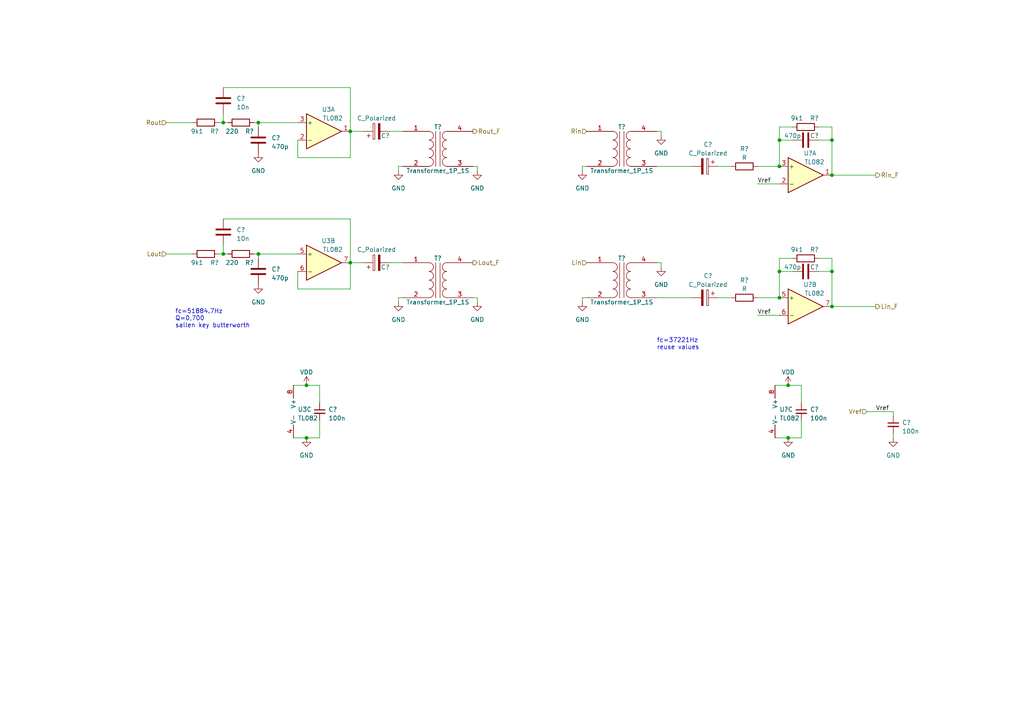
<source format=kicad_sch>
(kicad_sch (version 20230121) (generator eeschema)
  (paper "A4")
  (title_block (title "CAT_Interface") (date "2023-05-28") (rev "00") (company "ZX_Group") (comment 1 "made with <3 and KiCAD"))
  (lib_symbols
    (symbol "Amplifier_Operational:TL082" (pin_names (offset 0.127))
      (property "Reference" "U" (at 0 5.08 0))
      (property "Value" "TL082" (at 0 -5.08 0))
      (symbol "TL082_1_1"
        (polyline (pts (xy -5.08 5.08) (xy 5.08 0) (xy -5.08 -5.08) (xy -5.08 5.08)) (stroke (width 0.254)) (fill (type background)))
        (pin output line (at 7.62 0 180) (length 2.54) (name "~") (number "1"))
        (pin input line (at -7.62 -2.54 0) (length 2.54) (name "-") (number "2"))
        (pin input line (at -7.62 2.54 0) (length 2.54) (name "+") (number "3"))
      )
      (symbol "TL082_2_1"
        (polyline (pts (xy -5.08 5.08) (xy 5.08 0) (xy -5.08 -5.08) (xy -5.08 5.08)) (stroke (width 0.254)) (fill (type background)))
        (pin input line (at -7.62 2.54 0) (length 2.54) (name "+") (number "5"))
        (pin input line (at -7.62 -2.54 0) (length 2.54) (name "-") (number "6"))
        (pin output line (at 7.62 0 180) (length 2.54) (name "~") (number "7"))
      )
      (symbol "TL082_3_1"
        (pin power_in line (at -2.54 -7.62 90) (length 3.81) (name "V-") (number "4"))
        (pin power_in line (at -2.54 7.62 270) (length 3.81) (name "V+") (number "8"))
      )
    )
    (symbol "Device:C" (pin_numbers hide) (pin_names (offset 0.254))
      (property "Reference" "C" (at 0.635 2.54 0))
      (property "Value" "C" (at 0.635 -2.54 0))
      (symbol "C_0_1"
        (polyline (pts (xy -2.032 -0.762) (xy 2.032 -0.762)) (stroke (width 0.508)))
        (polyline (pts (xy -2.032 0.762) (xy 2.032 0.762)) (stroke (width 0.508)))
      )
      (symbol "C_1_1"
        (pin passive line (at 0 3.81 270) (length 2.794) (name "~") (number "1"))
        (pin passive line (at 0 -3.81 90) (length 2.794) (name "~") (number "2"))
      )
    )
    (symbol "Device:C_Polarized" (pin_numbers hide) (pin_names (offset 0.254))
      (property "Reference" "C" (at 0.635 2.54 0))
      (property "Value" "C_Polarized" (at 0.635 -2.54 0))
      (symbol "C_Polarized_0_1"
        (rectangle (start -2.286 0.508) (end 2.286 1.016))
        (polyline (pts (xy -1.778 2.286) (xy -0.762 2.286)))
        (polyline (pts (xy -1.27 2.794) (xy -1.27 1.778)))
        (rectangle (start 2.286 -0.508) (end -2.286 -1.016) (fill (type outline)))
      )
      (symbol "C_Polarized_1_1"
        (pin passive line (at 0 3.81 270) (length 2.794) (name "~") (number "1"))
        (pin passive line (at 0 -3.81 90) (length 2.794) (name "~") (number "2"))
      )
    )
    (symbol "Device:C_Small" (pin_numbers hide) (pin_names (offset 0.254) hide)
      (property "Reference" "C" (at 0.254 1.778 0))
      (property "Value" "C_Small" (at 0.254 -2.032 0))
      (symbol "C_Small_0_1"
        (polyline (pts (xy -1.524 -0.508) (xy 1.524 -0.508)) (stroke (width 0.3302)))
        (polyline (pts (xy -1.524 0.508) (xy 1.524 0.508)) (stroke (width 0.3048)))
      )
      (symbol "C_Small_1_1"
        (pin passive line (at 0 2.54 270) (length 2.032) (name "~") (number "1"))
        (pin passive line (at 0 -2.54 90) (length 2.032) (name "~") (number "2"))
      )
    )
    (symbol "Device:R" (pin_numbers hide) (pin_names (offset 0))
      (property "Reference" "R" (at 2.032 0 90))
      (property "Value" "R" (at 0 0 90))
      (symbol "R_0_1"
        (rectangle (start -1.016 -2.54) (end 1.016 2.54) (stroke (width 0.254)))
      )
      (symbol "R_1_1"
        (pin passive line (at 0 3.81 270) (length 1.27) (name "~") (number "1"))
        (pin passive line (at 0 -3.81 90) (length 1.27) (name "~") (number "2"))
      )
    )
    (symbol "Device:Transformer_1P_1S" (pin_names (offset 1.016) hide)
      (property "Reference" "T" (at 0 6.35 0))
      (property "Value" "Transformer_1P_1S" (at 0 -7.62 0))
      (symbol "Transformer_1P_1S_0_1"
        (arc (start -2.54 -5.0546) (mid -1.6599 -4.6901) (end -1.27 -3.81))
        (arc (start -2.54 -2.5146) (mid -1.6599 -2.1501) (end -1.27 -1.27))
        (arc (start -2.54 0.0254) (mid -1.6599 0.3899) (end -1.27 1.27))
        (arc (start -2.54 2.5654) (mid -1.6599 2.9299) (end -1.27 3.81))
        (arc (start -1.27 -3.81) (mid -1.642 -2.912) (end -2.54 -2.54))
        (arc (start -1.27 -1.27) (mid -1.642 -0.372) (end -2.54 0))
        (arc (start -1.27 1.27) (mid -1.642 2.168) (end -2.54 2.54))
        (arc (start -1.27 3.81) (mid -1.642 4.708) (end -2.54 5.08))
        (polyline (pts (xy -0.635 5.08) (xy -0.635 -5.08)))
        (polyline (pts (xy 0.635 -5.08) (xy 0.635 5.08)))
        (arc (start 1.2954 -1.27) (mid 1.6599 -2.1501) (end 2.54 -2.5146))
        (arc (start 1.2954 1.27) (mid 1.6599 0.3899) (end 2.54 0.0254))
        (arc (start 1.2954 3.81) (mid 1.6599 2.9299) (end 2.54 2.5654))
        (arc (start 1.3208 -3.81) (mid 1.6853 -4.6901) (end 2.5654 -5.0546))
        (arc (start 2.54 0) (mid 1.642 -0.372) (end 1.2954 -1.27))
        (arc (start 2.54 2.54) (mid 1.642 2.168) (end 1.2954 1.27))
        (arc (start 2.54 5.08) (mid 1.642 4.708) (end 1.2954 3.81))
        (arc (start 2.5654 -2.54) (mid 1.6674 -2.912) (end 1.3208 -3.81))
      )
      (symbol "Transformer_1P_1S_1_1"
        (pin passive line (at -10.16 5.08 0) (length 7.62) (name "AA") (number "1"))
        (pin passive line (at -10.16 -5.08 0) (length 7.62) (name "AB") (number "2"))
        (pin passive line (at 10.16 -5.08 180) (length 7.62) (name "SA") (number "3"))
        (pin passive line (at 10.16 5.08 180) (length 7.62) (name "SB") (number "4"))
      )
    )
    (symbol "power:GND" (power) (pin_names (offset 0))
      (property "Value" "GND" (at 0 -3.81 0))
      (symbol "GND_0_1"
        (polyline (pts (xy 0 0) (xy 0 -1.27) (xy 1.27 -1.27) (xy 0 -2.54) (xy -1.27 -1.27) (xy 0 -1.27)))
      )
      (symbol "GND_1_1"
        (pin power_in line (at 0 0 270) (length 0) hide (name "GND") (number "1"))
      )
    )
    (symbol "power:VDD" (power) (pin_names (offset 0))
      (property "Value" "VDD" (at 0 3.81 0))
      (symbol "VDD_0_1"
        (polyline (pts (xy -0.762 1.27) (xy 0 2.54)))
        (polyline (pts (xy 0 0) (xy 0 2.54)))
        (polyline (pts (xy 0 2.54) (xy 0.762 1.27)))
      )
      (symbol "VDD_1_1"
        (pin power_in line (at 0 0 90) (length 0) hide (name "VDD") (number "1"))
      )
    )
  )
  (junction (at 241.3 88.9))
  (junction (at 88.9 111.76))
  (junction (at 101.6 38.1))
  (junction (at 88.9 127))
  (junction (at 74.93 73.66))
  (junction (at 226.06 40.64))
  (junction (at 101.6 76.2))
  (junction (at 64.77 73.66))
  (junction (at 241.3 50.8))
  (junction (at 228.6 127))
  (junction (at 228.6 111.76))
  (junction (at 226.06 86.36))
  (junction (at 74.93 35.56))
  (junction (at 226.06 48.26))
  (junction (at 241.3 78.74))
  (junction (at 64.77 35.56))
  (junction (at 241.3 40.64))
  (junction (at 226.06 78.74))
  (wire (pts (xy 64.77 71.12) (xy 64.77 73.66)))
  (wire (pts (xy 168.91 49.53) (xy 168.91 48.26)))
  (wire (pts (xy 116.84 48.26) (xy 115.57 48.26)))
  (wire (pts (xy 259.08 127) (xy 259.08 125.73)))
  (wire (pts (xy 190.5 48.26) (xy 200.66 48.26)))
  (wire (pts (xy 224.79 127) (xy 228.6 127)))
  (wire (pts (xy 74.93 73.66) (xy 74.93 74.93)))
  (wire (pts (xy 48.26 73.66) (xy 55.88 73.66)))
  (wire (pts (xy 226.06 74.93) (xy 226.06 78.74)))
  (wire (pts (xy 226.06 78.74) (xy 229.87 78.74)))
  (wire (pts (xy 237.49 74.93) (xy 241.3 74.93)))
  (wire (pts (xy 190.5 76.2) (xy 191.77 76.2)))
  (wire (pts (xy 64.77 35.56) (xy 66.04 35.56)))
  (wire (pts (xy 64.77 73.66) (xy 66.04 73.66)))
  (wire (pts (xy 116.84 86.36) (xy 115.57 86.36)))
  (wire (pts (xy 86.36 40.64) (xy 86.36 45.72)))
  (wire (pts (xy 48.26 35.56) (xy 55.88 35.56)))
  (wire (pts (xy 241.3 78.74) (xy 241.3 88.9)))
  (wire (pts (xy 115.57 48.26) (xy 115.57 49.53)))
  (wire (pts (xy 138.43 48.26) (xy 138.43 49.53)))
  (wire (pts (xy 190.5 86.36) (xy 200.66 86.36)))
  (wire (pts (xy 115.57 86.36) (xy 115.57 87.63)))
  (wire (pts (xy 113.03 76.2) (xy 116.84 76.2)))
  (wire (pts (xy 101.6 25.4) (xy 101.6 38.1)))
  (wire (pts (xy 92.71 111.76) (xy 92.71 116.84)))
  (wire (pts (xy 168.91 48.26) (xy 170.18 48.26)))
  (wire (pts (xy 137.16 48.26) (xy 138.43 48.26)))
  (wire (pts (xy 232.41 111.76) (xy 232.41 116.84)))
  (wire (pts (xy 241.3 40.64) (xy 241.3 50.8)))
  (wire (pts (xy 92.71 127) (xy 88.9 127)))
  (wire (pts (xy 241.3 88.9) (xy 254 88.9)))
  (wire (pts (xy 191.77 76.2) (xy 191.77 77.47)))
  (wire (pts (xy 259.08 119.38) (xy 259.08 120.65)))
  (wire (pts (xy 138.43 86.36) (xy 138.43 87.63)))
  (wire (pts (xy 208.28 48.26) (xy 212.09 48.26)))
  (wire (pts (xy 226.06 40.64) (xy 229.87 40.64)))
  (wire (pts (xy 101.6 63.5) (xy 101.6 76.2)))
  (wire (pts (xy 232.41 121.92) (xy 232.41 127)))
  (wire (pts (xy 101.6 38.1) (xy 105.41 38.1)))
  (wire (pts (xy 229.87 36.83) (xy 226.06 36.83)))
  (wire (pts (xy 226.06 40.64) (xy 226.06 48.26)))
  (wire (pts (xy 74.93 73.66) (xy 86.36 73.66)))
  (wire (pts (xy 101.6 76.2) (xy 105.41 76.2)))
  (wire (pts (xy 232.41 127) (xy 228.6 127)))
  (wire (pts (xy 241.3 74.93) (xy 241.3 78.74)))
  (wire (pts (xy 168.91 87.63) (xy 168.91 86.36)))
  (wire (pts (xy 73.66 73.66) (xy 74.93 73.66)))
  (wire (pts (xy 63.5 35.56) (xy 64.77 35.56)))
  (wire (pts (xy 241.3 36.83) (xy 241.3 40.64)))
  (wire (pts (xy 219.71 91.44) (xy 226.06 91.44)))
  (wire (pts (xy 86.36 45.72) (xy 101.6 45.72)))
  (wire (pts (xy 64.77 33.02) (xy 64.77 35.56)))
  (wire (pts (xy 191.77 38.1) (xy 191.77 39.37)))
  (wire (pts (xy 237.49 40.64) (xy 241.3 40.64)))
  (wire (pts (xy 237.49 78.74) (xy 241.3 78.74)))
  (wire (pts (xy 88.9 127) (xy 85.09 127)))
  (wire (pts (xy 226.06 78.74) (xy 226.06 86.36)))
  (wire (pts (xy 168.91 86.36) (xy 170.18 86.36)))
  (wire (pts (xy 226.06 36.83) (xy 226.06 40.64)))
  (wire (pts (xy 92.71 111.76) (xy 88.9 111.76)))
  (wire (pts (xy 224.79 111.76) (xy 228.6 111.76)))
  (wire (pts (xy 237.49 36.83) (xy 241.3 36.83)))
  (wire (pts (xy 64.77 25.4) (xy 101.6 25.4)))
  (wire (pts (xy 101.6 45.72) (xy 101.6 38.1)))
  (wire (pts (xy 74.93 35.56) (xy 86.36 35.56)))
  (wire (pts (xy 74.93 35.56) (xy 74.93 36.83)))
  (wire (pts (xy 85.09 111.76) (xy 88.9 111.76)))
  (wire (pts (xy 101.6 83.82) (xy 101.6 76.2)))
  (wire (pts (xy 92.71 121.92) (xy 92.71 127)))
  (wire (pts (xy 208.28 86.36) (xy 212.09 86.36)))
  (wire (pts (xy 232.41 111.76) (xy 228.6 111.76)))
  (wire (pts (xy 63.5 73.66) (xy 64.77 73.66)))
  (wire (pts (xy 229.87 74.93) (xy 226.06 74.93)))
  (wire (pts (xy 219.71 48.26) (xy 226.06 48.26)))
  (wire (pts (xy 190.5 38.1) (xy 191.77 38.1)))
  (wire (pts (xy 137.16 86.36) (xy 138.43 86.36)))
  (wire (pts (xy 219.71 53.34) (xy 226.06 53.34)))
  (wire (pts (xy 86.36 78.74) (xy 86.36 83.82)))
  (wire (pts (xy 113.03 38.1) (xy 116.84 38.1)))
  (wire (pts (xy 64.77 63.5) (xy 101.6 63.5)))
  (wire (pts (xy 86.36 83.82) (xy 101.6 83.82)))
  (wire (pts (xy 73.66 35.56) (xy 74.93 35.56)))
  (wire (pts (xy 251.46 119.38) (xy 259.08 119.38)))
  (wire (pts (xy 219.71 86.36) (xy 226.06 86.36)))
  (wire (pts (xy 241.3 50.8) (xy 254 50.8)))
  (text "fc=37221Hz\nreuse values" (at 190.5 101.6 0) (effects (font (size 1.27 1.27)) (justify left bottom)))
  (text "fc=51884.7Hz\nQ=0,700\nsallen key butterworth" (at 50.8 95.25 0) (effects (font (size 1.27 1.27)) (justify left bottom)))
  (label "Vref" (at 219.71 91.44 0))
  (label "Vref" (at 219.71 53.34 0))
  (label "Vref" (at 254 119.38 0))
  (hierarchical_label "Lin" (shape input) (at 170.18 76.2 180))
  (hierarchical_label "Lout_F" (shape output) (at 137.16 76.2 0))
  (hierarchical_label "Rout" (shape input) (at 48.26 35.56 180))
  (hierarchical_label "Lin_F" (shape output) (at 254 88.9 0))
  (hierarchical_label "Vref" (shape input) (at 251.46 119.38 180))
  (hierarchical_label "Lout" (shape input) (at 48.26 73.66 180))
  (hierarchical_label "Rin" (shape input) (at 170.18 38.1 180))
  (hierarchical_label "Rin_F" (shape output) (at 254 50.8 0))
  (hierarchical_label "Rout_F" (shape output) (at 137.16 38.1 0))
  (symbol (lib_id "power:VDD") (at 88.9 111.76 0) (unit 1)
    (property "Reference" "#PWR024" (effects hide))
    (property "Value" "VDDA" (at 88.9 107.95 0))
  )
  (symbol (lib_id "Device:R") (at 59.69 35.56 90) (unit 1)
    (property "Reference" "R?" (at 62.23 38.1 90))
    (property "Value" "9k1" (at 57.15 38.1 90))
  )
  (symbol (lib_id "Amplifier_Operational:TL082") (at 227.33 119.38 0) (unit 3)
    (property "Reference" "U?" (at 226.06 118.745 0) (effects (justify left)))
    (property "Value" "TL082" (at 226.06 121.285 0) (effects (justify left)))
    (property "Datasheet" "http://www.ti.com/lit/ds/symlink/tl081.pdf" (effects hide))
  )
  (symbol (lib_id "Device:R") (at 69.85 35.56 90) (unit 1)
    (property "Reference" "R?" (at 72.39 38.1 90))
    (property "Value" "220" (at 67.31 38.1 90))
  )
  (symbol (lib_id "Device:R") (at 215.9 48.26 90) (unit 1)
    (property "Reference" "R?" (at 215.9 43.18 90))
    (property "Value" "R" (at 215.9 45.72 90))
  )
  (symbol (lib_id "power:GND") (at 228.6 127 0) (unit 1)
    (property "Reference" "#PWR026" (effects hide))
    (property "Value" "GND" (at 228.6 132.08 0))
  )
  (symbol (lib_id "power:GND") (at 138.43 87.63 0) (unit 1)
    (property "Reference" "#PWR034" (effects hide))
    (property "Value" "AGND" (at 138.43 92.71 0))
  )
  (symbol (lib_id "Device:C") (at 74.93 40.64 0) (unit 1)
    (property "Reference" "C?" (at 78.74 40.005 0) (effects (justify left)))
    (property "Value" "470p" (at 78.74 42.545 0) (effects (justify left)))
  )
  (symbol (lib_id "Device:C_Polarized") (at 204.47 48.26 270) (unit 1)
    (property "Reference" "C?" (at 205.359 41.91 90))
    (property "Value" "C_Polarized" (at 205.359 44.45 90))
  )
  (symbol (lib_id "power:GND") (at 259.08 127 0) (unit 1)
    (property "Reference" "#PWR027" (effects hide))
    (property "Value" "GND" (at 259.08 132.08 0))
  )
  (symbol (lib_id "power:GND") (at 168.91 87.63 0) (unit 1)
    (property "Reference" "#PWR029" (effects hide))
    (property "Value" "AGND" (at 168.91 92.71 0))
  )
  (symbol (lib_id "Device:Transformer_1P_1S") (at 127 43.18 0) (unit 1)
    (property "Reference" "T?" (at 127 36.83 0))
    (property "Value" "Transformer_1P_1S" (at 127 49.53 0))
  )
  (symbol (lib_id "Amplifier_Operational:TL082") (at 93.98 38.1 0) (unit 1)
    (property "Reference" "U3" (at 95.25 31.75 0))
    (property "Value" "TL082" (at 96.52 34.29 0))
    (property "Datasheet" "http://www.ti.com/lit/ds/symlink/tl081.pdf" (effects hide))
  )
  (symbol (lib_id "Device:C_Polarized") (at 109.22 38.1 90) (unit 1)
    (property "Reference" "C?" (at 111.76 39.37 90))
    (property "Value" "C_Polarized" (at 109.22 34.29 90))
  )
  (symbol (lib_id "Amplifier_Operational:TL082") (at 93.98 76.2 0) (unit 2)
    (property "Reference" "U3" (at 95.25 69.85 0))
    (property "Value" "TL082" (at 96.52 72.39 0))
    (property "Datasheet" "http://www.ti.com/lit/ds/symlink/tl081.pdf" (effects hide))
  )
  (symbol (lib_id "Device:R") (at 215.9 86.36 90) (unit 1)
    (property "Reference" "R?" (at 215.9 81.28 90))
    (property "Value" "R" (at 215.9 83.82 90))
  )
  (symbol (lib_id "power:GND") (at 191.77 77.47 0) (unit 1)
    (property "Reference" "#PWR032" (effects hide))
    (property "Value" "GND" (at 191.77 82.55 0))
  )
  (symbol (lib_id "power:GND") (at 88.9 127 0) (unit 1)
    (property "Reference" "#PWR023" (effects hide))
    (property "Value" "GND" (at 88.9 132.08 0))
  )
  (symbol (lib_id "power:GND") (at 115.57 49.53 0) (unit 1)
    (property "Reference" "#PWR035" (effects hide))
    (property "Value" "GND" (at 115.57 54.61 0))
  )
  (symbol (lib_id "Amplifier_Operational:TL082") (at 87.63 119.38 0) (unit 3)
    (property "Reference" "U3" (at 86.36 118.745 0) (effects (justify left)))
    (property "Value" "TL082" (at 86.36 121.285 0) (effects (justify left)))
    (property "Datasheet" "http://www.ti.com/lit/ds/symlink/tl081.pdf" (effects hide))
  )
  (symbol (lib_id "Device:C") (at 233.68 40.64 90) (unit 1)
    (property "Reference" "C?" (at 236.22 39.37 90))
    (property "Value" "470p" (at 229.87 39.37 90))
  )
  (symbol (lib_id "power:GND") (at 74.93 82.55 0) (unit 1)
    (property "Reference" "#PWR022" (effects hide))
    (property "Value" "GND" (at 74.93 87.63 0))
  )
  (symbol (lib_id "Device:C") (at 64.77 67.31 0) (unit 1)
    (property "Reference" "C?" (at 68.58 66.675 0) (effects (justify left)))
    (property "Value" "10n" (at 68.58 69.215 0) (effects (justify left)))
  )
  (symbol (lib_id "power:GND") (at 138.43 49.53 0) (unit 1)
    (property "Reference" "#PWR033" (effects hide))
    (property "Value" "AGND" (at 138.43 54.61 0))
  )
  (symbol (lib_id "Device:C_Polarized") (at 109.22 76.2 90) (unit 1)
    (property "Reference" "C?" (at 111.76 77.47 90))
    (property "Value" "C_Polarized" (at 109.22 72.39 90))
  )
  (symbol (lib_id "Device:Transformer_1P_1S") (at 180.34 43.18 0) (unit 1)
    (property "Reference" "T?" (at 180.34 36.83 0))
    (property "Value" "Transformer_1P_1S" (at 180.34 49.53 0))
  )
  (symbol (lib_id "power:GND") (at 115.57 87.63 0) (unit 1)
    (property "Reference" "#PWR036" (effects hide))
    (property "Value" "GND" (at 115.57 92.71 0))
  )
  (symbol (lib_id "Device:C_Small") (at 92.71 119.38 0) (unit 1)
    (property "Reference" "C?" (at 95.25 118.7513 0) (effects (justify left)))
    (property "Value" "100n" (at 95.25 121.2913 0) (effects (justify left)))
  )
  (symbol (lib_id "Device:C") (at 233.68 78.74 90) (unit 1)
    (property "Reference" "C?" (at 236.22 77.47 90))
    (property "Value" "470p" (at 229.87 77.47 90))
  )
  (symbol (lib_id "Device:C_Small") (at 259.08 123.19 0) (unit 1)
    (property "Reference" "C?" (at 261.62 122.5613 0) (effects (justify left)))
    (property "Value" "100n" (at 261.62 125.1013 0) (effects (justify left)))
  )
  (symbol (lib_id "Device:Transformer_1P_1S") (at 180.34 81.28 0) (unit 1)
    (property "Reference" "T?" (at 180.34 74.93 0))
    (property "Value" "Transformer_1P_1S" (at 180.34 87.63 0))
  )
  (symbol (lib_id "Device:C") (at 64.77 29.21 0) (unit 1)
    (property "Reference" "C?" (at 68.58 28.575 0) (effects (justify left)))
    (property "Value" "10n" (at 68.58 31.115 0) (effects (justify left)))
  )
  (symbol (lib_id "Amplifier_Operational:TL082") (at 233.68 88.9 0) (unit 2)
    (property "Reference" "U?" (at 234.95 82.55 0))
    (property "Value" "TL082" (at 236.22 85.09 0))
    (property "Datasheet" "http://www.ti.com/lit/ds/symlink/tl081.pdf" (effects hide))
  )
  (symbol (lib_id "Amplifier_Operational:TL082") (at 233.68 50.8 0) (unit 1)
    (property "Reference" "U?" (at 234.95 44.45 0))
    (property "Value" "TL082" (at 236.22 46.99 0))
    (property "Datasheet" "http://www.ti.com/lit/ds/symlink/tl081.pdf" (effects hide))
  )
  (symbol (lib_id "Device:R") (at 69.85 73.66 90) (unit 1)
    (property "Reference" "R?" (at 72.39 76.2 90))
    (property "Value" "220" (at 67.31 76.2 90))
  )
  (symbol (lib_id "power:GND") (at 191.77 39.37 0) (unit 1)
    (property "Reference" "#PWR030" (effects hide))
    (property "Value" "GND" (at 191.77 44.45 0))
  )
  (symbol (lib_id "Device:C_Polarized") (at 204.47 86.36 270) (unit 1)
    (property "Reference" "C?" (at 205.359 80.01 90))
    (property "Value" "C_Polarized" (at 205.359 82.55 90))
  )
  (symbol (lib_id "power:GND") (at 168.91 49.53 0) (unit 1)
    (property "Reference" "#PWR031" (effects hide))
    (property "Value" "AGND" (at 168.91 54.61 0))
  )
  (symbol (lib_id "Device:C_Small") (at 232.41 119.38 0) (unit 1)
    (property "Reference" "C?" (at 234.95 118.7513 0) (effects (justify left)))
    (property "Value" "100n" (at 234.95 121.2913 0) (effects (justify left)))
  )
  (symbol (lib_id "Device:C") (at 74.93 78.74 0) (unit 1)
    (property "Reference" "C?" (at 78.74 78.105 0) (effects (justify left)))
    (property "Value" "470p" (at 78.74 80.645 0) (effects (justify left)))
  )
  (symbol (lib_id "Device:R") (at 59.69 73.66 90) (unit 1)
    (property "Reference" "R?" (at 62.23 76.2 90))
    (property "Value" "9k1" (at 57.15 76.2 90))
  )
  (symbol (lib_id "Device:Transformer_1P_1S") (at 127 81.28 0) (unit 1)
    (property "Reference" "T?" (at 127 74.93 0))
    (property "Value" "Transformer_1P_1S" (at 127 87.63 0))
  )
  (symbol (lib_id "power:VDD") (at 228.6 111.76 0) (unit 1)
    (property "Reference" "#PWR025" (effects hide))
    (property "Value" "VDDA" (at 228.6 107.95 0))
  )
  (symbol (lib_id "Device:R") (at 233.68 36.83 90) (unit 1)
    (property "Reference" "R?" (at 236.22 34.29 90))
    (property "Value" "9k1" (at 231.14 34.29 90))
  )
  (symbol (lib_id "Device:R") (at 233.68 74.93 90) (unit 1)
    (property "Reference" "R?" (at 236.22 72.39 90))
    (property "Value" "9k1" (at 231.14 72.39 90))
  )
  (symbol (lib_id "power:GND") (at 74.93 44.45 0) (unit 1)
    (property "Reference" "#PWR021" (effects hide))
    (property "Value" "GND" (at 74.93 49.53 0))
  )
)
</source>
